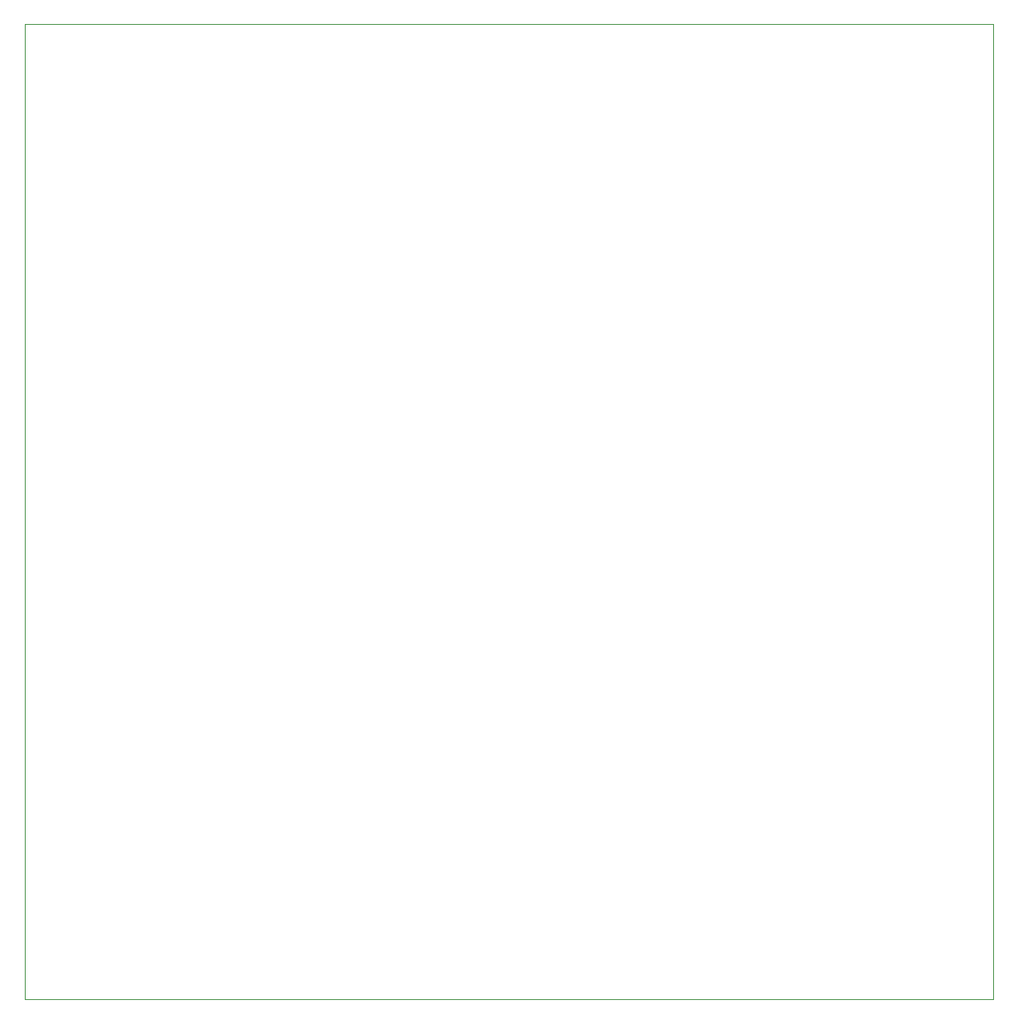
<source format=gbr>
G04 (created by PCBNEW (2013-07-07 BZR 4022)-stable) date 3/27/2014 11:31:02 PM*
%MOIN*%
G04 Gerber Fmt 3.4, Leading zero omitted, Abs format*
%FSLAX34Y34*%
G01*
G70*
G90*
G04 APERTURE LIST*
%ADD10C,0.00590551*%
%ADD11C,0.00393701*%
G04 APERTURE END LIST*
G54D10*
G54D11*
X53750Y-84500D02*
X92750Y-84500D01*
X53750Y-45250D02*
X53750Y-84500D01*
X92750Y-45250D02*
X53750Y-45250D01*
X92750Y-84500D02*
X92750Y-45250D01*
M02*

</source>
